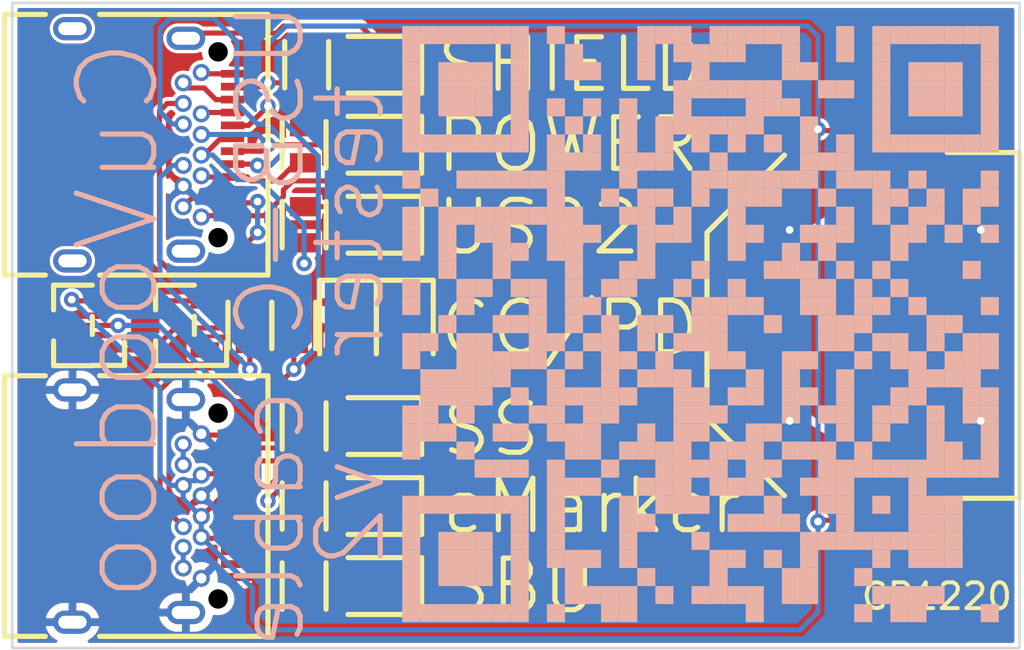
<source format=kicad_pcb>
(kicad_pcb (version 20211014) (generator pcbnew)

  (general
    (thickness 1.09)
  )

  (paper "A4")
  (title_block
    (title "USB-C cable tester")
    (date "2022-06-01")
    (rev "v2")
    (company "CuVoodoo")
    (comment 1 "King Kévin")
  )

  (layers
    (0 "F.Cu" signal)
    (31 "B.Cu" signal)
    (32 "B.Adhes" user "B.Adhesive")
    (33 "F.Adhes" user "F.Adhesive")
    (34 "B.Paste" user)
    (35 "F.Paste" user)
    (36 "B.SilkS" user "B.Silkscreen")
    (37 "F.SilkS" user "F.Silkscreen")
    (38 "B.Mask" user)
    (39 "F.Mask" user)
    (40 "Dwgs.User" user "User.Drawings")
    (41 "Cmts.User" user "User.Comments")
    (42 "Eco1.User" user "User.Eco1")
    (43 "Eco2.User" user "User.Eco2")
    (44 "Edge.Cuts" user)
    (45 "Margin" user)
    (46 "B.CrtYd" user "B.Courtyard")
    (47 "F.CrtYd" user "F.Courtyard")
    (48 "B.Fab" user)
    (49 "F.Fab" user)
    (50 "User.1" user)
    (51 "User.2" user)
    (52 "User.3" user)
    (53 "User.4" user)
    (54 "User.5" user)
    (55 "User.6" user)
    (56 "User.7" user)
    (57 "User.8" user)
    (58 "User.9" user)
  )

  (setup
    (stackup
      (layer "F.SilkS" (type "Top Silk Screen"))
      (layer "F.Paste" (type "Top Solder Paste"))
      (layer "F.Mask" (type "Top Solder Mask") (thickness 0.01))
      (layer "F.Cu" (type "copper") (thickness 0.035))
      (layer "dielectric 1" (type "core") (thickness 1) (material "FR4") (epsilon_r 4.5) (loss_tangent 0.02))
      (layer "B.Cu" (type "copper") (thickness 0.035))
      (layer "B.Mask" (type "Bottom Solder Mask") (thickness 0.01))
      (layer "B.Paste" (type "Bottom Solder Paste"))
      (layer "B.SilkS" (type "Bottom Silk Screen"))
      (copper_finish "HAL lead-free")
      (dielectric_constraints no)
    )
    (pad_to_mask_clearance 0)
    (aux_axis_origin 65.6 121.6)
    (grid_origin 70.4 127.1)
    (pcbplotparams
      (layerselection 0x00010fc_ffffffff)
      (disableapertmacros false)
      (usegerberextensions false)
      (usegerberattributes true)
      (usegerberadvancedattributes true)
      (creategerberjobfile true)
      (svguseinch false)
      (svgprecision 6)
      (excludeedgelayer true)
      (plotframeref false)
      (viasonmask false)
      (mode 1)
      (useauxorigin false)
      (hpglpennumber 1)
      (hpglpenspeed 20)
      (hpglpendiameter 15.000000)
      (dxfpolygonmode true)
      (dxfimperialunits true)
      (dxfusepcbnewfont true)
      (psnegative false)
      (psa4output false)
      (plotreference true)
      (plotvalue true)
      (plotinvisibletext false)
      (sketchpadsonfab false)
      (subtractmaskfromsilk false)
      (outputformat 1)
      (mirror false)
      (drillshape 0)
      (scaleselection 1)
      (outputdirectory "fabrication/")
    )
  )

  (net 0 "")
  (net 1 "VCC")
  (net 2 "GND")
  (net 3 "Net-(D2-Pad2)")
  (net 4 "/Dn")
  (net 5 "Net-(D4-Pad2)")
  (net 6 "Net-(D5-Pad1)")
  (net 7 "Net-(D6-Pad2)")
  (net 8 "Net-(D7-Pad2)")
  (net 9 "Net-(J1-PadA1)")
  (net 10 "/SS1")
  (net 11 "Net-(J1-PadA4)")
  (net 12 "/CC1")
  (net 13 "/Dp")
  (net 14 "/SBU")
  (net 15 "/VBUS")
  (net 16 "/SS2")
  (net 17 "/SS1-2")
  (net 18 "/CC2")
  (net 19 "unconnected-(J1-PadS2)")
  (net 20 "unconnected-(J1-PadS3)")
  (net 21 "unconnected-(J1-PadS4)")
  (net 22 "Net-(J2-PadA10)")
  (net 23 "Net-(J2-PadB2)")
  (net 24 "Net-(J2-PadB10)")
  (net 25 "/eMark")
  (net 26 "Net-(D1-Pad1)")
  (net 27 "Net-(D1-Pad2)")
  (net 28 "Net-(D3-Pad2)")
  (net 29 "Net-(D5-Pad2)")
  (net 30 "Net-(D8-Pad2)")
  (net 31 "Net-(J2-PadA2)")
  (net 32 "Net-(J2-PadA8)")
  (net 33 "Net-(J1-PadS1)")

  (footprint "mylib:UC1608X55N" (layer "F.Cu") (at 76.9 127.1))

  (footprint "mylib:LEDC2012X80N" (layer "F.Cu") (at 78.6 134.1))

  (footprint "mylib:CONNECTOR_XKB_U262-24XN-4BV60" (layer "F.Cu") (at 70.4 127.1 -90))

  (footprint "mylib:LEDC2012X80N" (layer "F.Cu") (at 80.8 134.1))

  (footprint "mylib:SOT95P237X112-3N" (layer "F.Cu") (at 71.9 134.1 180))

  (footprint "mylib:LEDC2012X80N" (layer "F.Cu") (at 79.7 127.1 -90))

  (footprint "mylib:LEDC2012X80N" (layer "F.Cu") (at 79.7 130.2 -90))

  (footprint "mylib:LEDC2012X80N" (layer "F.Cu") (at 79.7 124 -90))

  (footprint "mylib:LEDC2012X80N" (layer "F.Cu") (at 79.7 144.2 -90))

  (footprint "mylib:CONNECTOR_MY-1220-03" (layer "F.Cu") (at 98.5 134.1 -90))

  (footprint "mylib:UC1608X55N" (layer "F.Cu") (at 76.9 130.2 180))

  (footprint "mylib:UC1608X55N" (layer "F.Cu") (at 76.9 141.1))

  (footprint "mylib:SOT95P237X112-3N" (layer "F.Cu") (at 67.95 134.1 180))

  (footprint "mylib:UC1608X55N" (layer "F.Cu") (at 76.5 134.1))

  (footprint "mylib:UC1608X55N" (layer "F.Cu") (at 77 124))

  (footprint "mylib:CONNECTOR_XKB_U262-24XN-4BV60" (layer "F.Cu") (at 70.4 141.1 -90))

  (footprint "mylib:LEDC2012X80N" (layer "F.Cu") (at 79.7 141.1 -90))

  (footprint "mylib:UC1608X55N" (layer "F.Cu") (at 76.9 138))

  (footprint "mylib:UC1608X55N" (layer "F.Cu") (at 76.9 144.2 180))

  (footprint "mylib:LEDC2012X80N" (layer "F.Cu") (at 79.7 138 -90))

  (footprint "mylib:UC1608X55N" (layer "F.Cu") (at 74.8 134.1 180))

  (footprint "mylib:QR" (layer "B.Cu") (at 92.25 134.05 -90))

  (gr_rect (start 65.6 121.6) (end 104.6 146.6) (layer "Edge.Cuts") (width 0.1) (fill none) (tstamp d49bc88e-ee09-43df-b23b-d7aad3f6b773))
  (gr_text "CuVoodoo" (at 69.7 133.9 90) (layer "B.SilkS") (tstamp 5c94dfd4-1fb7-49f5-98ea-4f333790c493)
    (effects (font (size 3 3) (thickness 0.2)) (justify mirror))
  )
  (gr_text "USB-C cable" (at 75.6 134.1 90) (layer "B.SilkS") (tstamp a5d6f3fb-d8a8-475a-b284-836a2dfee2b2)
    (effects (font (size 2.5 2.5) (thickness 0.2)) (justify mirror))
  )
  (gr_text "tester  v2" (at 78.7 134.1 90) (layer "B.SilkS") (tstamp ed18d69f-b1e8-4d59-8aec-ac19ba2cfb94)
    (effects (font (size 2.5 2.5) (thickness 0.2)) (justify mirror))
  )
  (gr_text "SS" (at 82.1 138.1) (layer "F.SilkS") (tstamp 1d7590b6-b88a-4708-9c4f-13917a84c9b2)
    (effects (font (size 2 2) (thickness 0.2)) (justify left))
  )
  (gr_text "SBU" (at 82.1 144.2) (layer "F.SilkS") (tstamp 217c58e4-17e5-40f4-bfed-92b5d3ed7c6a)
    (effects (font (size 2 2) (thickness 0.2)) (justify left))
  )
  (gr_text "CR1220" (at 101.4 144.6) (layer "F.SilkS") (tstamp 4274a590-33de-4e4a-8dc2-0814ea614721)
    (effects (font (size 1 1) (thickness 0.153)))
  )
  (gr_text "CC/PD" (at 82 134.2) (layer "F.SilkS") (tstamp 6aef261e-271e-4833-b863-20c8784f5a4a)
    (effects (font (size 2 2) (thickness 0.2)) (justify left))
  )
  (gr_text "eMarker" (at 82.1 141.1) (layer "F.SilkS") (tstamp 9d443c4a-8a02-4ae1-809a-5f12b4afa778)
    (effects (font (size 2 2) (thickness 0.2)) (justify left))
  )
  (gr_text "POWER" (at 81.9 127.1) (layer "F.SilkS") (tstamp c2f1674d-db01-4489-bbca-537cc8f4d463)
    (effects (font (size 2 2) (thickness 0.2)) (justify left))
  )
  (gr_text "SHIELD" (at 81.9 124) (layer "F.SilkS") (tstamp cf4356eb-763e-4364-a9dd-d93c80530f21)
    (effects (font (size 2 2) (thickness 0.2)) (justify left))
  )
  (gr_text "USB2" (at 81.9 130.3) (layer "F.SilkS") (tstamp ffaf3c4f-331d-4d0c-b6ef-93c07678f04f)
    (effects (font (size 2 2) (thickness 0.2)) (justify left))
  )

  (segment (start 69.1 133.15) (end 67.95 133.15) (width 0.2) (layer "F.Cu") (net 1) (tstamp 102ad603-c624-4661-ba09-67f134114803))
  (segment (start 72.939553 141.5) (end 72.92 141.5) (width 0.2) (layer "F.Cu") (net 1) (tstamp 155d1736-8333-4b61-9e89-f2ea02d6d566))
  (segment (start 74.8 133.4) (end 73.3 133.4) (width 0.2) (layer "F.Cu") (net 1) (tstamp 16dcb124-f08d-41f9-8687-dc8df3f19f49))
  (segment (start 76.5 133.4) (end 74.8 133.4) (width 0.2) (layer "F.Cu") (net 1) (tstamp 225790ae-f5aa-4bc0-a996-c85d014814fc))
  (segment (start 74.13 142.35) (end 72.97 142.35) (width 0.2) (layer "F.Cu") (net 1) (tstamp 26b37c2a-b13e-46eb-b968-8937874288de))
  (segment (start 74.13 140.85) (end 73.589553 140.85) (width 0.2) (layer "F.Cu") (net 1) (tstamp 3349c836-97f9-4195-8caa-8fdc612867e0))
  (segment (start 73.3 133.4) (end 73.05 133.15) (width 0.2) (layer "F.Cu") (net 1) (tstamp 39ff9fdd-9611-4e63-9062-8fa4edd34476))
  (segment (start 69.1 133.15) (end 73.05 133.15) (width 0.2) (layer "F.Cu") (net 1) (tstamp 47647324-4dd3-4822-9d3d-741c13ecdf9a))
  (segment (start 72.97 142.35) (end 72.92 142.3) (width 0.2) (layer "F.Cu") (net 1) (tstamp 47af113a-b99f-4553-b2a5-d013b9379ca1))
  (segment (start 75.35 124.85) (end 74.13 124.85) (width 0.2) (layer "F.Cu") (net 1) (tstamp 4f747791-59fd-4851-9353-622af829e32b))
  (segment (start 67.95 133.15) (end 67.9 133.1) (width 0.2) (layer "F.Cu") (net 1) (tstamp 6206010a-058d-4506-a35a-31aa0f49ad81))
  (segment (start 75.5 124.7) (end 75.35 124.85) (width 0.2) (layer "F.Cu") (net 1) (tstamp 7ef8bc9b-6675-4628-b6f2-88605859450d))
  (segment (start 72.97 139.85) (end 72.92 139.9) (width 0.2) (layer "F.Cu") (net 1) (tstamp 8d6cf615-a900-43f9-874a-01ab520b46b6))
  (segment (start 74.13 139.85) (end 72.97 139.85) (width 0.2) (layer "F.Cu") (net 1) (tstamp 9c581310-6098-456d-a415-3bf0e8365ad9))
  (segment (start 73.589553 140.85) (end 72.939553 141.5) (width 0.2) (layer "F.Cu") (net 1) (tstamp b2d3b112-2009-443f-b52b-5090435fe1b7))
  (segment (start 96.8 126.5) (end 96.85 126.55) (width 0.2) (layer "F.Cu") (net 1) (tstamp b4195ade-e5a0-4cc7-9257-960881340a95))
  (segment (start 99.4 141.65) (end 96.85 141.65) (width 0.2) (layer "F.Cu") (net 1) (tstamp c57c9be3-a51c-45fb-a0d8-878e357e27db))
  (segment (start 75.5 124.7) (end 77 124.7) (width 0.2) (layer "F.Cu") (net 1) (tstamp d169acfb-c7f2-4f14-aad8-c2f7d6532c05))
  (segment (start 96.85 126.55) (end 99.4 126.55) (width 0.2) (layer "F.Cu") (net 1) (tstamp e2ce3c77-34ba-47c9-9d82-f3f750b00ad0))
  (segment (start 96.85 141.65) (end 96.8 141.7) (width 0.2) (layer "F.Cu") (net 1) (tstamp ee08dc40-b2fd-4748-9619-f544814d0355))
  (via (at 96.8 141.7) (size 0.6) (drill 0.3) (layers "F.Cu" "B.Cu") (free) (net 1) (tstamp 00147a47-1074-42ea-8fc5-d424c34709f5))
  (via (at 96.8 126.5) (size 0.6) (drill 0.3) (layers "F.Cu" "B.Cu") (free) (net 1) (tstamp 4492ee38-9a24-4045-960b-4df670108022))
  (via (at 75.5 124.7) (size 0.6) (drill 0.3) (layers "F.Cu" "B.Cu") (net 1) (tstamp 49448e85-bd46-4dc9-b675-76cc89450ceb))
  (via (at 67.9 133.1) (size 0.6) (drill 0.3) (layers "F.Cu" "B.Cu") (free) (net 1) (tstamp 7179aa15-e6b0-4262-be41-b5a0b99b6611))
  (segment (start 72.22 140.3) (end 72.22 140.819553) (width 0.2) (layer "B.Cu") (net 1) (tstamp 016b88dd-e882-4d11-8293-a1e1523c1f3a))
  (segment (start 96.1 145.9) (end 96.8 145.2) (width 0.2) (layer "B.Cu") (net 1) (tstamp 19150f08-f901-4e7f-bf41-a256f1313980))
  (segment (start 96.8 145.2) (end 96.8 141.7) (width 0.2) (layer "B.Cu") (net 1) (tstamp 192d565e-91f9-482a-9010-35ef14d6b1ee))
  (segment (start 72.399511 140.120489) (end 72.699511 140.120489) (width 0.2) (layer "B.Cu") (net 1) (tstamp 19b0f5c7-0dbb-4300-bce8-23785541aff2))
  (segment (start 75.3 145.9) (end 96.1 145.9) (width 0.2) (layer "B.Cu") (net 1) (tstamp 2334660e-4c17-4ce6-a232-81928479daea))
  (segment (start 74.9 145.5) (end 75.3 145.9) (width 0.2) (layer "B.Cu") (net 1) (tstamp 298883b3-83bd-4615-9bbf-95c768404c19))
  (segment (start 76.2 122.5) (end 96.4 122.5) (width 0.2) (layer "B.Cu") (net 1) (tstamp 45a4d405-8404-4cbe-a20d-86e77f0f7fc6))
  (segment (start 96.8 122.9) (end 96.8 126.5) (width 0.2) (layer "B.Cu") (net 1) (tstamp 46f2ae81-7c4d-4c64-8b22-4f4e01a6428f))
  (segment (start 72.900447 141.5) (end 72.92 141.5) (width 0.2) (layer "B.Cu") (net 1) (tstamp 4e4609ab-5eb2-4b27-b0e1-1e047bfb300c))
  (segment (start 71.32048 139.891318) (end 71.729162 140.3) (width 0.2) (layer "B.Cu") (net 1) (tstamp 62eab331-91bf-425b-a625-893d2cc61ea8))
  (segment (start 72.92 141.5) (end 72.92 142.3) (width 0.2) (layer "B.Cu") (net 1) (tstamp 6a2e4d60-cab4-44d0-9386-6f79197a1416))
  (segment (start 72.699511 140.120489) (end 72.92 139.9) (width 0.2) (layer "B.Cu") (net 1) (tstamp 73be2430-1fe6-4ba7-8c23-5fad2483a9d1))
  (segment (start 72.22 140.819553) (end 72.900447 141.5) (width 0.2) (layer "B.Cu") (net 1) (tstamp 77e01afd-c5ca-47f1-8eb8-9a90d142f46e))
  (segment (start 75.5 124.7) (end 75.5 123.2) (width 0.2) (layer "B.Cu") (net 1) (tstamp a11c84b4-7509-483f-aaf2-41f20328ee4a))
  (segment (start 72.22 140.3) (end 72.399511 140.120489) (width 0.2) (layer "B.Cu") (net 1) (tstamp a93625ab-2646-48cf-9894-594c32f7a3ad))
  (segment (start 72.92 142.3) (end 74.9 144.28) (width 0.2) (layer "B.Cu") (net 1) (tstamp af8980ef-1b2e-49f8-97e8-4e3f27eb2858))
  (segment (start 74.9 144.28) (end 74.9 145.5) (width 0.2) (layer "B.Cu") (net 1) (tstamp b0393daa-ad9a-4156-bdc7-ca35c4d6d2b0))
  (segment (start 75.5 123.2) (end 76.2 122.5) (width 0.2) (layer "B.Cu") (net 1) (tstamp c496f902-e599-492b-a20c-17c7f822d11b))
  (segment (start 71.32048 136.52048) (end 71.32048 139.891318) (width 0.2) (layer "B.Cu") (net 1) (tstamp c9b315b6-a617-4cb5-9764-f247b0ab2606))
  (segment (start 67.9 133.1) (end 71.32048 136.52048) (width 0.2) (layer "B.Cu") (net 1) (tstamp d48ac1a1-962d-4583-8d6d-5accdaa498c6))
  (segment (start 71.729162 140.3) (end 72.22 140.3) (width 0.2) (layer "B.Cu") (net 1) (tstamp dcd9acb5-baad-4f14-a598-ce72302f44c7))
  (segment (start 96.8 141.7) (end 96.8 126.5) (width 0.2) (layer "B.Cu") (net 1) (tstamp dffe8534-7b40-4237-b29f-223173eb2517))
  (segment (start 96.4 122.5) (end 96.8 122.9) (width 0.2) (layer "B.Cu") (net 1) (tstamp e93a9e8f-900a-4225-9488-153b548ef334))
  (segment (start 74.13 138.35) (end 73.045 138.35) (width 0.2) (layer "F.Cu") (net 2) (tstamp cef74c3f-4e7a-4019-82ae-8cdf404437bb))
  (via (at 95.7 130.4) (size 0.6) (drill 0.3) (layers "F.Cu" "B.Cu") (free) (net 2) (tstamp 10f59b07-05ef-4ad3-bf61-3344069fba0d))
  (via (at 103.1 137.8) (size 0.6) (drill 0.3) (layers "F.Cu" "B.Cu") (free) (net 2) (tstamp 3b06771d-ba3d-4dbe-9082-75a1201976b6))
  (via (at 95.7 137.8) (size 0.6) (drill 0.3) (layers "F.Cu" "B.Cu") (free) (net 2) (tstamp d74a652f-fddf-4de8-84ed-deed3d5704d2))
  (via (at 103.1 130.4) (size 0.6) (drill 0.3) (layers "F.Cu" "B.Cu") (free) (net 2) (tstamp da9a4d7e-fdfb-4956-9d85-b1a651fb3e08))
  (segment (start 77 123.3) (end 78.1 123.3) (width 0.2) (layer "F.Cu") (net 3) (tstamp 446d66d3-90ea-43b5-886c-52e90226e465))
  (segment (start 78.1 123.3) (end 78.8 124) (width 0.2) (layer "F.Cu") (net 3) (tstamp 66d70feb-a866-4fdd-b34e-0f1ad9a00d0d))
  (segment (start 77.699511 127.848533) (end 78.000489 128.149511) (width 0.2) (layer "F.Cu") (net 4) (tstamp 15255a0e-9834-4d1c-802d-2fcd2b7e05b1))
  (segment (start 81.4 126.050978) (end 81.4 129.4) (width 0.2) (layer "F.Cu") (net 4) (tstamp 3e245a3f-934e-4a2c-8d8d-5727448a494a))
  (segment (start 77.699511 127.175489) (end 77.699511 127.848533) (width 0.2) (layer "F.Cu") (net 4) (tstamp 3f89d0df-883c-4d82-8896-3cca851dc098))
  (segment (start 79.800489 126.050489) (end 81.399511 126.050489) (width 0.2) (layer "F.Cu") (net 4) (tstamp 63ea5709-4fad-4c9f-be8c-2f3e7c35ce83))
  (segment (start 79.599511 126.251467) (end 79.800489 126.050489) (width 0.2) (layer "F.Cu") (net 4) (tstamp 7ce80997-2599-4af2-a2d1-59e6e45cfd2a))
  (segment (start 77.624022 127.1) (end 77.699511 127.175489) (width 0.2) (layer "F.Cu") (net 4) (tstamp 81ce8fac-d30c-4ce4-b168-eab5dc97ec87))
  (segment (start 81.4 129.4) (end 80.6 130.2) (width 0.2) (layer "F.Cu") (net 4) (tstamp 8eea5acf-adad-4975-b71c-716b1a73d07d))
  (segment (start 75.5 127.1) (end 77.624022 127.1) (width 0.2) (layer "F.Cu") (net 4) (tstamp 94dd912a-bfe7-4887-8562-b836e6c3af2a))
  (segment (start 81.399511 126.050489) (end 81.4 126.050978) (width 0.2) (layer "F.Cu") (net 4) (tstamp 9c05b47c-2f20-4a24-9d53-cb61aab957a6))
  (segment (start 79.599511 128.149511) (end 79.599511 126.251467) (width 0.2) (layer "F.Cu") (net 4) (tstamp aa18319f-1805-4ba3-921f-0712f3a48c00))
  (segment (start 75.25 127.35) (end 74.13 127.35) (width 0.2) (layer "F.Cu") (net 4) (tstamp b8f6a0cd-9c12-4dfc-a92b-dfd8f17adb4e))
  (segment (start 75.5 127.1) (end 75.25 127.35) (width 0.2) (layer "F.Cu") (net 4) (tstamp cdffe6fa-b60b-4919-aabd-fbfcb768dc1e))
  (segment (start 78.000489 128.149511) (end 79.599511 128.149511) (width 0.2) (layer "F.Cu") (net 4) (tstamp d76bb796-2701-4574-b6df-575bf79d081c))
  (via (at 75.5 127.1) (size 0.6) (drill 0.3) (layers "F.Cu" "B.Cu") (free) (net 4) (tstamp 2a16354f-5e4b-40ce-9b86-3b1b4c16b3fc))
  (segment (start 75.5 127.1) (end 75.1 126.7) (width 0.2) (layer "B.Cu") (net 4) (tstamp 7ca6f570-ffe8-4b83-9963-0c3aa25ab564))
  (segment (start 75.1 126.7) (end 72.92 126.7) (width 0.2) (layer "B.Cu") (net 4) (tstamp b1b019fd-6593-41b0-84aa-aea2f7114ac5))
  (segment (start 76.9 144.9) (end 78.1 144.9) (width 0.2) (layer "F.Cu") (net 5) (tstamp 1adf3094-afe7-4e85-bb27-f5c70c298ef2))
  (segment (start 78.1 144.9) (end 78.8 144.2) (width 0.2) (layer "F.Cu") (net 5) (tstamp c031c276-e3e7-4876-98cb-c87e7ff805c3))
  (segment (start 79.25 139.35) (end 80.6 138) (width 0.2) (layer "F.Cu") (net 6) (tstamp 071b0c51-84d6-4fae-a284-44c180fdde7d))
  (segment (start 74.13 139.35) (end 79.25 139.35) (width 0.2) (layer "F.Cu") (net 6) (tstamp 4aaf3ddc-c7a9-4137-b580-18f090a1ef9f))
  (segment (start 76.176458 139.69952) (end 75.525978 140.35) (width 0.2) (layer "F.Cu") (net 7) (tstamp 2d27a31d-0c67-44c5-928f-11678ace6242))
  (segment (start 81.20048 139.69952) (end 76.176458 139.69952) (width 0.2) (layer "F.Cu") (net 7) (tstamp 2f88dcbb-10ca-4b05-b3aa-e579f7113122))
  (segment (start 81.399511 136.950489) (end 81.399511 139.500489) (width 0.2) (layer "F.Cu") (net 7) (tstamp 3a468220-ebe6-4960-b369-1b504e8d69ec))
  (segment (start 75.525978 140.35) (end 74.13 140.35) (width 0.2) (layer "F.Cu") (net 7) (tstamp 779e58a8-8c36-48ec-a8b8-87394eea1b20))
  (segment (start 80.8 135) (end 80.8 136.350978) (width 0.2) (layer "F.Cu") (net 7) (tstamp c2df16b3-5776-4fe8-9ccf-9e1d2451a506))
  (segment (start 81.399511 139.500489) (end 81.20048 139.69952) (width 0.2) (layer "F.Cu") (net 7) (tstamp cf71de0b-a39c-49ed-baeb-5c7c2e698621))
  (segment (start 80.8 136.350978) (end 81.399511 136.950489) (width 0.2) (layer "F.Cu") (net 7) (tstamp e1ceabc3-a576-4073-9c5b-c2138b7fc19d))
  (segment (start 77.2 136.4) (end 76.449511 136.4) (width 0.2) (layer "F.Cu") (net 8) (tstamp 16800800-0617-4d74-8a4b-ccd00eb237a3))
  (segment (start 71.32048 136.60525) (end 71.82573 136.1) (width 0.2) (layer "F.Cu") (net 8) (tstamp 1846c296-ce4b-4fce-a104-3faf46d72e7c))
  (segment (start 76.15048 136.699031) (end 76.449511 136.4) (width 0.2) (layer "F.Cu") (net 8) (tstamp 490ec8a3-52a1-4186-af1b-c9ba9ecdb3a3))
  (segment (start 71.82573 136.1) (end 73.705704 136.1) (width 0.2) (layer "F.Cu") (net 8) (tstamp 89b4ed69-5f3c-48f1-99df-e41ab587c984))
  (segment (start 73.705704 136.1) (end 74.304736 136.699031) (width 0.2) (layer "F.Cu") (net 8) (tstamp 99b8d732-41a7-4770-89f8-81a313000c9a))
  (segment (start 72.22 141.9) (end 71.32048 141.00048) (width 0.2) (layer "F.Cu") (net 8) (tstamp b64e243f-a957-4a13-8532-03919447f716))
  (segment (start 78.6 135) (end 77.2 136.4) (width 0.2) (layer "F.Cu") (net 8) (tstamp d30fb307-1fa0-4f14-9dfb-d22767cf5f1e))
  (segment (start 71.32048 141.00048) (end 71.32048 136.60525) (width 0.2) (layer "F.Cu") (net 8) (tstamp e0419221-b29d-4428-84c4-b57ac72e6997))
  (segment (start 74.304736 136.699031) (end 76.15048 136.699031) (width 0.2) (layer "F.Cu") (net 8) (tstamp fabddf73-167a-4e5e-a223-9859ea027ce8))
  (segment (start 72.97 124.35) (end 72.92 124.3) (width 0.2) (layer "F.Cu") (net 9) (tstamp 0c83b657-d1f4-4a55-bbc0-125875b78228))
  (segment (start 74.13 124.35) (end 72.97 124.35) (width 0.2) (layer "F.Cu") (net 9) (tstamp e877763d-bd1e-4fb0-b07c-085671b2f360))
  (segment (start 72.42 124.9) (end 72.22 124.7) (width 0.2) (layer "F.Cu") (net 10) (tstamp 2d068ae6-3613-4df8-936d-75c825fbe0c5))
  (segment (start 73.48 125.35) (end 73.03 124.9) (width 0.2) (layer "F.Cu") (net 10) (tstamp 933c7fc2-ff19-49ae-a1b8-5380ac464d59))
  (segment (start 74.13 125.35) (end 73.48 125.35) (width 0.2) (layer "F.Cu") (net 10) (tstamp a2b99ab5-497a-4c53-b5c7-a541863af4aa))
  (segment (start 73.03 124.9) (end 72.42 124.9) (width 0.2) (layer "F.Cu") (net 10) (tstamp ec8d36f8-8aad-4358-8252-0b5d44fb69f7))
  (segment (start 72.97 125.85) (end 72.92 125.9) (width 0.2) (layer "F.Cu") (net 11) (tstamp ac38c42a-5e60-4878-ae51-9dcd7cb08b09))
  (segment (start 74.13 125.85) (end 72.97 125.85) (width 0.2) (layer "F.Cu") (net 11) (tstamp b479ad8c-0ff6-482b-85dc-ac619cc7b416))
  (segment (start 74.750011 126.35) (end 74.13 126.35) (width 0.2) (layer "F.Cu") (net 12) (tstamp 36d7c5cd-8112-433b-bb39-5ca9b4403b8b))
  (segment (start 76.5 135.8) (end 76.5 134.8) (width 0.2) (layer "F.Cu") (net 12) (tstamp 3781546a-5055-4dae-885a-c1c63dd6ce45))
  (segment (start 74.449511 136.349511) (end 75.950489 136.349511) (width 0.2) (layer "F.Cu") (net 12) (tstamp 8c1d02a8-6249-4c1e-97a1-7b88179957d2))
  (segment (start 73.05 134.95) (end 74.449511 136.349511) (width 0.2) (layer "F.Cu") (net 12) (tstamp ab4f17d1-eec9-4471-9b28-98dbc93eea60))
  (segment (start 75.500011 125.6) (end 74.750011 126.35) (width 0.2) (layer "F.Cu") (net 12) (tstamp c60054f2-e230-4025-b55e-4da101567c99))
  (segment (start 75.950489 136.349511) (end 76.5 135.8) (width 0.2) (layer "F.Cu") (net 12) (tstamp f294a888-d61a-456e-bcf6-5ecd923ce1ad))
  (via (at 76.5 135.8) (size 0.6) (drill 0.3) (layers "F.Cu" "B.Cu") (net 12) (tstamp 8b87ad10-ebf1-42b8-8c85-55988f4d4743))
  (via (at 75.500011 125.6) (size 0.6) (drill 0.3) (layers "F.Cu" "B.Cu") (free) (net 12) (tstamp b37171d0-1ab7-43ff-a171-6ebb72f2bbed))
  (segment (start 77.449511 127.5495) (end 77.449511 134.850489) (width 0.2) (layer "B.Cu") (net 12) (tstamp 5e402370-4a71-4b92-b4ea-cdfdd6c496cf))
  (segment (start 75.500011 125.6) (end 77.449511 127.5495) (width 0.2) (layer "B.Cu") (net 12) (tstamp 8824079b-6ae0-4320-b94b-21c6be5a75a5))
  (segment (start 77.449511 134.850489) (end 76.5 135.8) (width 0.2) (layer "B.Cu") (net 12) (tstamp bf92def8-9cc9-4c33-9331-b851bb374af4))
  (segment (start 76.9 130.9) (end 76.9 131.7) (width 0.2) (layer "F.Cu") (net 13) (tstamp 360f2041-783c-466d-a1bb-14b9d314b135))
  (segment (start 72.92 127.5) (end 73.023489 127.5) (width 0.2) (layer "F.Cu") (net 13) (tstamp 7a689996-75bb-4194-9de4-05aa53d5ac11))
  (segment (start 73.673489 126.85) (end 74.13 126.85) (width 0.2) (layer "F.Cu") (net 13) (tstamp e1950ef1-12fd-4ab9-845b-d835973db16d))
  (segment (start 73.023489 127.5) (end 73.673489 126.85) (width 0.2) (layer "F.Cu") (net 13) (tstamp fcf6cac6-9d60-4f08-9730-981834c1cca1))
  (via (at 76.9 131.7) (size 0.6) (drill 0.3) (layers "F.Cu" "B.Cu") (free) (net 13) (tstamp b4c1383a-b932-4fa3-9097-d0607862435c))
  (segment (start 76.9 131.7) (end 76.9 130.2) (width 0.2) (layer "B.Cu") (net 13) (tstamp 1e8b7bd7-1eff-429b-890c-e71407cafb2d))
  (segment (start 75.149511 128.449511) (end 74.307485 128.449511) (width 0.2) (layer "B.Cu") (net 13) (tstamp 220b2472-8e03-4a32-a1bf-12afe8e4eb96))
  (segment (start 72.92 127.5) (end 73.357974 127.5) (width 0.2) (layer "B.Cu") (net 13) (tstamp 5c818361-cd0a-4fed-aca2-c80a8eeae042))
  (segment (start 73.357974 127.5) (end 74.307485 128.449511) (width 0.2) (layer "B.Cu") (net 13) (tstamp 8fc5cf45-c97f-4d19-8034-b566df216d1e))
  (segment (start 76.9 130.2) (end 75.149511 128.449511) (width 0.2) (layer "B.Cu") (net 13) (tstamp e71fa4bb-9b33-4d33-a624-b907f52ecade))
  (segment (start 74.13 127.85) (end 75.05 127.85) (width 0.2) (layer "F.Cu") (net 14) (tstamp 4ddc0a37-f35d-44d0-ad0e-9967b44c553e))
  (segment (start 75.05 127.85) (end 75.1 127.9) (width 0.2) (layer "F.Cu") (net 14) (tstamp ba656824-d375-43a1-877f-08269c264f2f))
  (via (at 75.1 127.9) (size 0.6) (drill 0.3) (layers "F.Cu" "B.Cu") (free) (net 14) (tstamp 9d334da6-4e25-44f5-98d0-fca134326835))
  (segment (start 76.049511 126.872384) (end 76.049511 127.450489) (width 0.2) (layer "B.Cu") (net 14) (tstamp 034786d7-fe3c-4eb4-a6f2-11f973b7b2ac))
  (segment (start 73.39548 122.19548) (end 74.298521 123.098521) (width 0.2) (layer "B.Cu") (net 14) (tstamp 0923ee2c-6b41-4046-8cd3-66e89a876e47))
  (segment (start 72.22 126.3) (end 71.800026 126.3) (width 0.2) (layer "B.Cu") (net 14) (tstamp 1f6d33d6-8ee0-47d9-94d2-56f0fbd4bfe0))
  (segment (start 71.32048 122.60525) (end 71.73025 122.19548) (width 0.2) (layer "B.Cu") (net 14) (tstamp 204d3896-c8fe-4e85-9fd4-84ff18105390))
  (segment (start 74.298521 123.098521) (end 74.298521 125.498521) (width 0.2) (layer "B.Cu") (net 14) (tstamp 4e25412d-7998-4c7c-bb69-f05802acef4e))
  (segment (start 76.049511 127.450489) (end 75.6 127.9) (width 0.2) (layer "B.Cu") (net 14) (tstamp 5163324a-42a2-429a-b361-ed75a83329b5))
  (segment (start 75.477127 126.3) (end 76.049511 126.872384) (width 0.2) (layer "B.Cu") (net 14) (tstamp 69d40793-a636-49af-b961-f608cd99e465))
  (segment (start 71.800026 126.3) (end 71.32048 125.820454) (width 0.2) (layer "B.Cu") (net 14) (tstamp b73ba154-0310-4ac4-8821-2caa95bd84c3))
  (segment (start 71.73025 122.19548) (end 73.39548 122.19548) (width 0.2) (layer "B.Cu") (net 14) (tstamp bc5a6db9-7615-4ec8-b70b-cbb2f4ba99b1))
  (segment (start 75.1 126.3) (end 75.477127 126.3) (width 0.2) (layer "B.Cu") (net 14) (tstamp bc63d9ae-ee8a-4add-a81e-ad9d0017d54c))
  (segment (start 74.298521 125.498521) (end 75.1 126.3) (width 0.2) (layer "B.Cu") (net 14) (tstamp bcd7ca0a-98f9-4386-abed-05755c92c8b9))
  (segment (start 71.32048 125.820454) (end 71.32048 122.60525) (width 0.2) (layer "B.Cu") (net 14) (tstamp d72104e8-bbc4-41a2-a49b-f4e440b9394e))
  (segment (start 75.6 127.9) (end 75.1 127.9) (width 0.2) (layer "B.Cu") (net 14) (tstamp db8facf9-e0c0-4dec-b465-7a6028d221f3))
  (segment (start 72.97 128.35) (end 72.92 128.3) (width 0.2) (layer "F.Cu") (net 15) (tstamp 11adb6cb-2709-4f7e-9599-6ead0c085dd2))
  (segment (start 74.702162 128.35) (end 74.852162 128.5) (width 0.2) (layer "F.Cu") (net 15) (tstamp 1f2e5ae4-0eb9-4a3a-90ff-f7a096cb3b3f))
  (segment (start 74.13 128.35) (end 72.97 128.35) (width 0.2) (layer "F.Cu") (net 15) (tstamp 402134b4-435b-4071-815a-22135c52ea8a))
  (segment (start 74.852162 128.5) (end 75.885483 128.5) (width 0.2) (layer "F.Cu") (net 15) (tstamp 41a63f31-a796-4f1c-ab32-b405aa504598))
  (segment (start 74.13 128.35) (end 74.702162 128.35) (width 0.2) (layer "F.Cu") (net 15) (tstamp 6ded28d2-61c7-48bf-ab73-0719fabc2f9a))
  (segment (start 76.585483 127.8) (end 76.9 127.8) (width 0.2) (layer "F.Cu") (net 15) (tstamp c1b32de6-6b7d-4602-8db7-03aa4f2a0398))
  (segment (start 75.885483 128.5) (end 76.585483 127.8) (width 0.2) (layer "F.Cu") (net 15) (tstamp e7a21bd1-05ab-40cc-9ede-a1f406b68d17))
  (segment (start 72.861082 129.17) (end 72.55 129.17) (width 0.2) (layer "F.Cu") (net 16) (tstamp 4ac6d2c4-52d8-4cfc-94ab-526b3edc7687))
  (segment (start 72.55 129.17) (end 72.22 129.5) (width 0.2) (layer "F.Cu") (net 16) (tstamp 6724c07c-82e2-4a35-9454-18db62749292))
  (segment (start 74.13 128.85) (end 73.181082 128.85) (width 0.2) (layer "F.Cu") (net 16) (tstamp 67f2ee23-79a0-4ea6-b899-a8ff87b6fc8e))
  (segment (start 73.181082 128.85) (end 72.861082 129.17) (width 0.2) (layer "F.Cu") (net 16) (tstamp 9822e038-3e07-49fe-ac96-725dcbaf2ad0))
  (segment (start 71.6 125.5) (end 71.3 125.8) (width 0.2) (layer "F.Cu") (net 17) (tstamp 0ceb2644-c544-4041-a3a4-efcc3c8448ff))
  (segment (start 71.3 131.57427) (end 71.82573 132.1) (width 0.2) (layer "F.Cu") (net 17) (tstamp 5a1a9b2f-00c3-49ce-981e-11c25319ad93))
  (segment (start 71.82573 132.1) (end 73.5 132.1) (width 0.2) (layer "F.Cu") (net 17) (tstamp 6b4e5b9a-4688-4ec4-b57c-c7fb3ca16f75))
  (segment (start 74.13 129.35) (end 75.05 129.35) (width 0.2) (layer "F.Cu") (net 17) (tstamp 9c9c3a69-2d41-445e-a4e4-6b6a0f5b3d43))
  (segment (start 75.05 129.35) (end 75.1 129.3) (width 0.2) (layer "F.Cu") (net 17) (tstamp bd73fa13-bcb9-41ef-a7b5-2ff8c7ee3573))
  (segment (start 73.5 132.1) (end 75.1 130.5) (width 0.2) (layer "F.Cu") (net 17) (tstamp d527c5b1-8818-4aba-8eb9-a68268158692))
  (segment (start 71.3 125.8) (end 71.3 131.57427) (width 0.2) (layer "F.Cu") (net 17) (tstamp efbb698e-8881-45a6-b94f-030701a46466))
  (segment (start 72.22 125.5) (end 71.6 125.5) (width 0.2) (layer "F.Cu") (net 17) (tstamp f97a7655-2227-499d-ad63-7a8b30cfb6d9))
  (via (at 75.1 129.3) (size 0.6) (drill 0.3) (layers "F.Cu" "B.Cu") (free) (net 17) (tstamp 1c3d7e1a-8a6e-4ee2-a6e3-30426a2c5c26))
  (via (at 75.1 130.5) (size 0.6) (drill 0.3) (layers "F.Cu" "B.Cu") (free) (net 17) (tstamp bb498487-af65-4355-8765-f85491b4f2a3))
  (segment (start 75.1 130.5) (end 75.1 129.3) (width 0.2) (layer "B.Cu") (net 17) (tstamp d9823376-93a4-4b42-bb55-5c4a51f3d60e))
  (segment (start 74.8 135.8) (end 74.8 134.8) (width 0.2) (layer "F.Cu") (net 18) (tstamp 09c43c0c-18e9-4ea6-bf3d-36748b9f88b8))
  (segment (start 71.049022 135.05) (end 69.1 135.05) (width 0.2) (layer "F.Cu") (net 18) (tstamp 2ec32637-6548-4345-9718-d31723c1fb15))
  (segment (start 74.2 134.2) (end 71.899022 134.2) (width 0.2) (layer "F.Cu") (net 18) (tstamp 354b43a6-5ec9-437e-871d-fe5fba1f632f))
  (segment (start 71.899022 134.2) (end 71.049022 135.05) (width 0.2) (layer "F.Cu") (net 18) (tstamp c20b5a35-df7b-4eb5-a40c-fc99d9c89694))
  (segment (start 74.8 134.8) (end 74.2 134.2) (width 0.2) (layer "F.Cu") (net 18) (tstamp e113ae5f-1a24-4a72-8e85-74d898fb701e))
  (via (at 74.8 135.8) (size 0.6) (drill 0.3) (layers "F.Cu" "B.Cu") (net 18) (tstamp ff7e8c70-2650-4999-81e0-b575fb2022b8))
  (segment (start 72.22 127.9) (end 71.800026 127.9) (width 0.2) (layer "B.Cu") (net 18) (tstamp 651e5bab-ed53-4356-88dd-ad98dc120ed7))
  (segment (start 74.8 135.8) (end 71.32048 132.32048) (width 0.2) (layer "B.Cu") (net 18) (tstamp 974e1f1b-be95-489d-a8ad-3b50800b3362))
  (segment (start 71.32048 132.32048) (end 71.32048 128.379546) (width 0.2) (layer "B.Cu") (net 18) (tstamp b90916b8-c40d-4ed0-8a1b-ae47e84bfeb2))
  (segment (start 71.800026 127.9) (end 71.32048 128.379546) (width 0.2) (layer "B.Cu") (net 18) (tstamp e2bb03cf-dc1a-481f-b706-0cee28bb27c3))
  (segment (start 74.13 142.85) (end 75.05 142.85) (width 0.2) (layer "F.Cu") (net 22) (tstamp 0e5dee4a-a35f-43ca-98c5-103b1b2d1ca5))
  (segment (start 75.05 142.85) (end 75.2 143) (width 0.2) (layer "F.Cu") (net 22) (tstamp 1ef68c89-1fba-42d7-967c-438acc47b3b8))
  (segment (start 75.2 143.2) (end 75.2 143) (width 0.2) (layer "F.Cu") (net 22) (tstamp 4088e1f9-14f8-412e-940f-9807c2b01e3c))
  (segment (start 75.05 143.35) (end 75.2 143.2) (width 0.2) (layer "F.Cu") (net 22) (tstamp 865aec05-a54f-4958-8507-c69f6a12f725))
  (segment (start 74.13 143.35) (end 75.05 143.35) (width 0.2) (layer "F.Cu") (net 22) (tstamp e2fe108d-b644-4afd-a260-4e76e78cca85))
  (segment (start 72.22 143.5) (end 72.22 142.7) (width 0.2) (layer "B.Cu") (net 23) (tstamp b243742a-8b3a-419c-8032-9accb9de48c7))
  (segment (start 72.22 139.5) (end 72.22 138.7) (width 0.2) (layer "B.Cu") (net 24) (tstamp 8793ea2b-c765-465e-bee5-2a2cfc34c34d))
  (segment (start 69.7 134.1) (end 70.75 134.1) (width 0.2) (layer "F.Cu") (net 25) (tstamp 0e420729-8098-469
... [182561 chars truncated]
</source>
